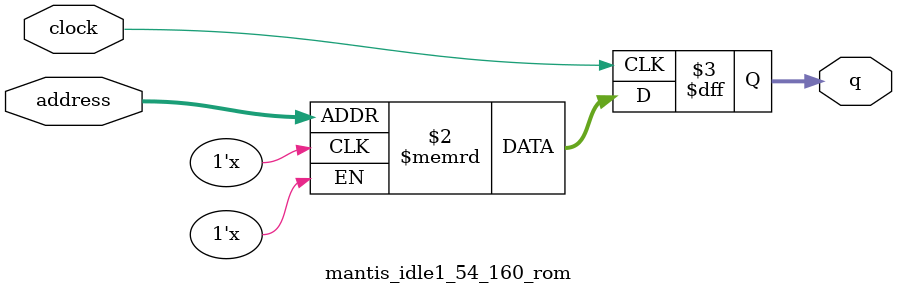
<source format=sv>
module mantis_idle1_54_160_rom (
	input logic clock,
	input logic [13:0] address,
	output logic [2:0] q
);

logic [2:0] memory [0:11199] /* synthesis ram_init_file = "./mantis_idle1_54_160/mantis_idle1_54_160.mif" */;

always_ff @ (posedge clock) begin
	q <= memory[address];
end

endmodule

</source>
